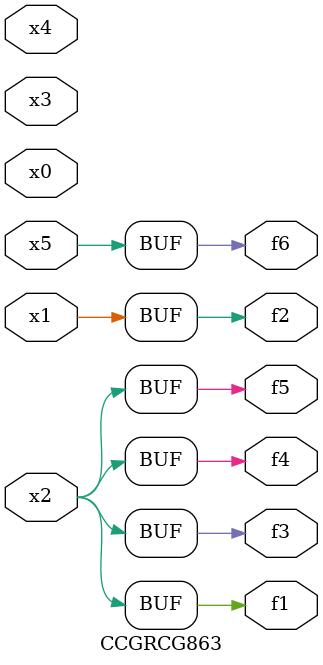
<source format=v>
module CCGRCG863(
	input x0, x1, x2, x3, x4, x5,
	output f1, f2, f3, f4, f5, f6
);
	assign f1 = x2;
	assign f2 = x1;
	assign f3 = x2;
	assign f4 = x2;
	assign f5 = x2;
	assign f6 = x5;
endmodule

</source>
